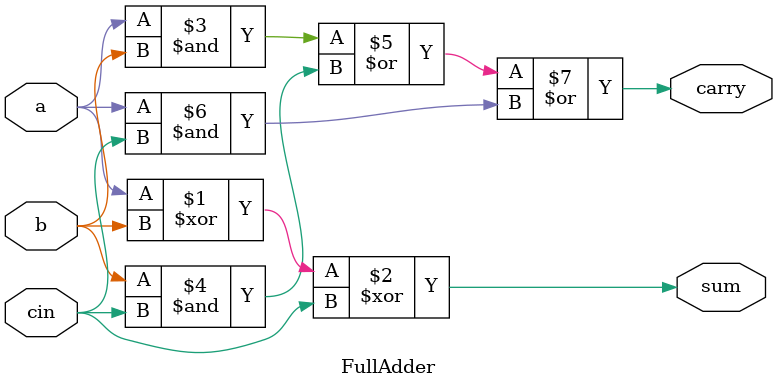
<source format=v>
module FullAdder (input a,input b,input cin,output sum,output carry);
assign sum=a^b^cin;
assign carry=(a&b)|(b&cin)|(a&cin);
endmodule
</source>
